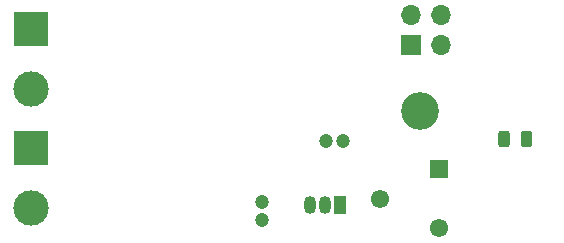
<source format=gbr>
%TF.GenerationSoftware,KiCad,Pcbnew,(5.1.6)-1*%
%TF.CreationDate,2021-01-10T15:05:27+01:00*%
%TF.ProjectId,trainCatcher,74726169-6e43-4617-9463-6865722e6b69,rev?*%
%TF.SameCoordinates,Original*%
%TF.FileFunction,Soldermask,Bot*%
%TF.FilePolarity,Negative*%
%FSLAX46Y46*%
G04 Gerber Fmt 4.6, Leading zero omitted, Abs format (unit mm)*
G04 Created by KiCad (PCBNEW (5.1.6)-1) date 2021-01-10 15:05:27*
%MOMM*%
%LPD*%
G01*
G04 APERTURE LIST*
%ADD10O,1.700000X1.700000*%
%ADD11R,1.700000X1.700000*%
%ADD12C,1.550000*%
%ADD13R,1.550000X1.550000*%
%ADD14C,3.200000*%
%ADD15C,1.200000*%
%ADD16R,1.050000X1.500000*%
%ADD17O,1.050000X1.500000*%
%ADD18R,3.000000X3.000000*%
%ADD19C,3.000000*%
G04 APERTURE END LIST*
D10*
%TO.C,J3*%
X146685000Y-151320500D03*
X146685000Y-153860500D03*
X144145000Y-151320500D03*
D11*
X144145000Y-153860500D03*
%TD*%
D12*
%TO.C,RV1*%
X141558000Y-166838000D03*
D13*
X146558000Y-164338000D03*
D12*
X146558000Y-169338000D03*
%TD*%
D14*
%TO.C,REF\u002A\u002A*%
X144907000Y-159448500D03*
%TD*%
%TO.C,C3*%
G36*
G01*
X152536500Y-161341750D02*
X152536500Y-162254250D01*
G75*
G02*
X152292750Y-162498000I-243750J0D01*
G01*
X151805250Y-162498000D01*
G75*
G02*
X151561500Y-162254250I0J243750D01*
G01*
X151561500Y-161341750D01*
G75*
G02*
X151805250Y-161098000I243750J0D01*
G01*
X152292750Y-161098000D01*
G75*
G02*
X152536500Y-161341750I0J-243750D01*
G01*
G37*
G36*
G01*
X154411500Y-161341750D02*
X154411500Y-162254250D01*
G75*
G02*
X154167750Y-162498000I-243750J0D01*
G01*
X153680250Y-162498000D01*
G75*
G02*
X153436500Y-162254250I0J243750D01*
G01*
X153436500Y-161341750D01*
G75*
G02*
X153680250Y-161098000I243750J0D01*
G01*
X154167750Y-161098000D01*
G75*
G02*
X154411500Y-161341750I0J-243750D01*
G01*
G37*
%TD*%
D15*
%TO.C,C2*%
X136930000Y-162000000D03*
X138430000Y-162000000D03*
%TD*%
%TO.C,C1*%
X131572000Y-168632000D03*
X131572000Y-167132000D03*
%TD*%
D16*
%TO.C,U1*%
X138176000Y-167386000D03*
D17*
X135636000Y-167386000D03*
X136906000Y-167386000D03*
%TD*%
D18*
%TO.C,J1*%
X112000000Y-162560000D03*
D19*
X112000000Y-167640000D03*
%TD*%
%TO.C,J2*%
X112000000Y-157536000D03*
D18*
X112000000Y-152456000D03*
%TD*%
M02*

</source>
